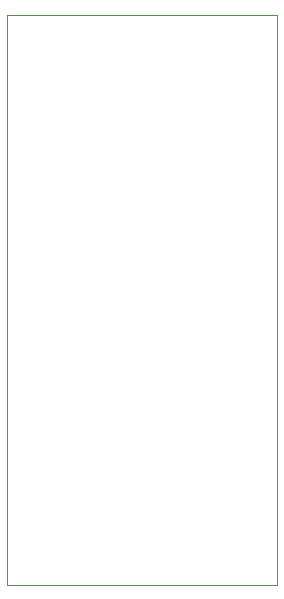
<source format=gbr>
G04 #@! TF.GenerationSoftware,KiCad,Pcbnew,5.1.6*
G04 #@! TF.CreationDate,2020-07-16T15:28:18+01:00*
G04 #@! TF.ProjectId,EZ-DF0,455a2d44-4630-42e6-9b69-6361645f7063,rev?*
G04 #@! TF.SameCoordinates,Original*
G04 #@! TF.FileFunction,Profile,NP*
%FSLAX46Y46*%
G04 Gerber Fmt 4.6, Leading zero omitted, Abs format (unit mm)*
G04 Created by KiCad (PCBNEW 5.1.6) date 2020-07-16 15:28:18*
%MOMM*%
%LPD*%
G01*
G04 APERTURE LIST*
G04 #@! TA.AperFunction,Profile*
%ADD10C,0.038100*%
G04 #@! TD*
G04 APERTURE END LIST*
D10*
X124460000Y-109220000D02*
X124460000Y-60960000D01*
X147320000Y-109220000D02*
X124460000Y-109220000D01*
X147320000Y-60960000D02*
X147320000Y-109220000D01*
X124460000Y-60960000D02*
X147320000Y-60960000D01*
M02*

</source>
